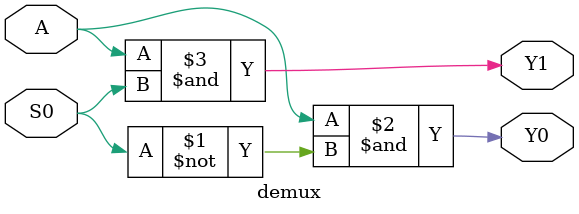
<source format=v>
module demux(input A,S0, output Y0,Y1);
   
 ////code
 assign Y0 = A & ~S0;
 assign Y1 = A &  S0;
 
endmodule
</source>
